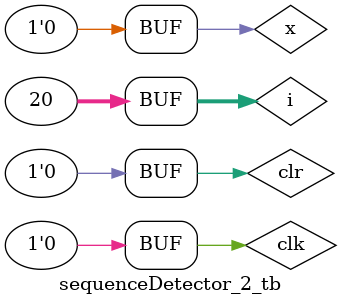
<source format=v>
`timescale 1ns / 1ps
module sequenceDetector_2(y,x,clk,clr,state);
input x,clr,clk;
output reg y;
output reg [1:0] state = 2'b00;
parameter A=2'b00,B=2'b01,C=2'b10,D=2'b11;

always @(posedge clk)
begin
        if(clr==1) state<=A;
        else
        begin
            if(x==0)
                case(state)
                    A:state<=A;
                    B:state<=A;
                    C:state<=D;
                    D:state<=A;
                endcase
            else
                case(state)
                A:state<=B;
                B:state<=C;
                C:state<=C;
                D:state<=B;
            endcase
            if((x==1)&&(state==D)) y<=1;
            else y<=0;
    end
end
endmodule

module sequenceDetector_2_tb;
reg x = 0;
reg clr = 1;
reg clk = 0;
wire y;
wire [1:0] state;
integer i;

sequenceDetector_2 UUT(.x(x),.clk(clk),.clr(clr),.y(y),.state(state));

initial begin
    for(i=0;i<20;i=i+1)begin
        clk=~clk;
        if(i>5 & i<10)
        begin
            clr=0; x=1;
        end
        else if(i==11) x=0;
        else if(i==12) x=1;
        else x=0;
        #10;
    end
end
endmodule

</source>
